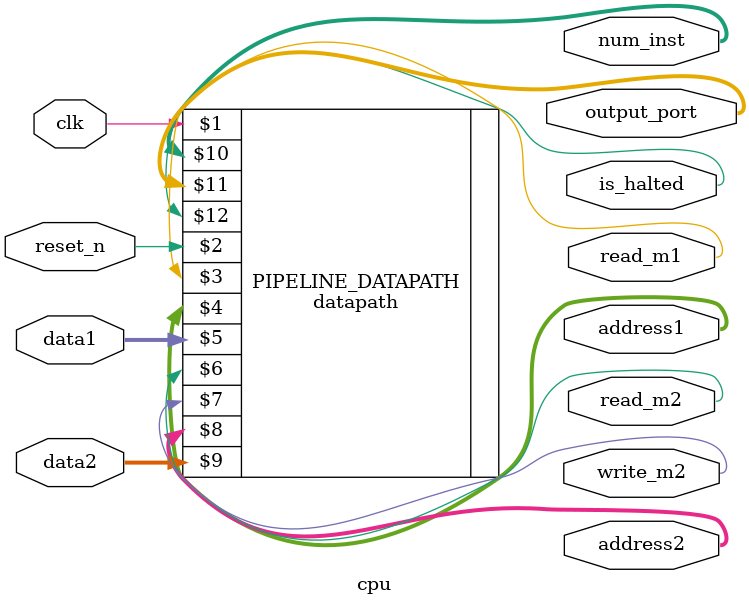
<source format=v>
`timescale 1ns/1ns
`define WORD_SIZE 16    // data and address word size

`include "datapath.v"

module cpu(clk, reset_n, read_m1, address1, data1, read_m2, write_m2, address2, data2, num_inst, output_port, is_halted);

	input clk;
	input reset_n;

	output read_m1;
	output [`WORD_SIZE-1:0] address1;
	output read_m2;
	output write_m2;
	output [`WORD_SIZE-1:0] address2;

	input [`WORD_SIZE-1:0] data1;
	inout [`WORD_SIZE-1:0] data2;

	output [`WORD_SIZE-1:0] num_inst;
	output [`WORD_SIZE-1:0] output_port;
	output is_halted;

	//TODO: implement pipelined CPU
	//datapath
  	datapath PIPELINE_DATAPATH(clk, reset_n, read_m1, address1, data1, read_m2, write_m2, address2, data2, num_inst, output_port, is_halted);

endmodule



</source>
